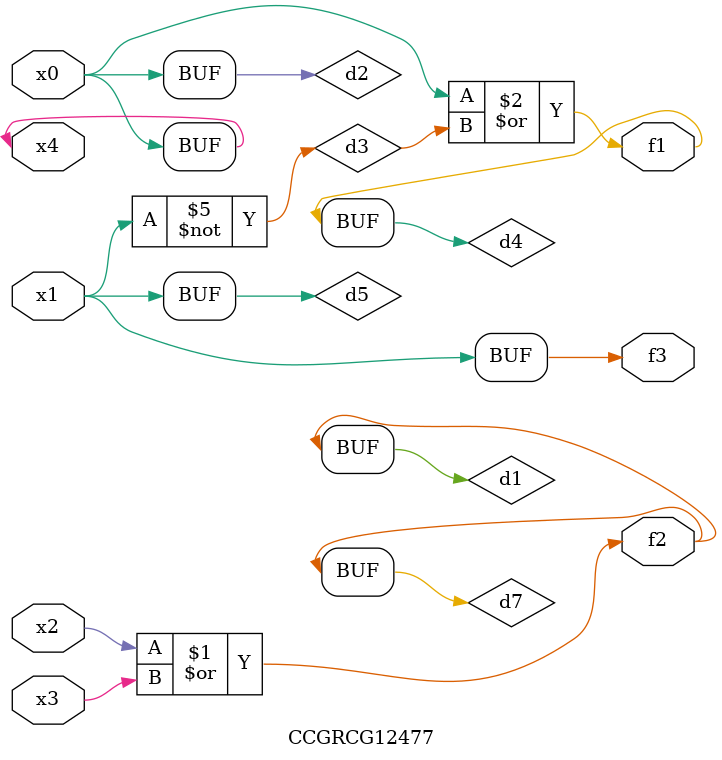
<source format=v>
module CCGRCG12477(
	input x0, x1, x2, x3, x4,
	output f1, f2, f3
);

	wire d1, d2, d3, d4, d5, d6, d7;

	or (d1, x2, x3);
	buf (d2, x0, x4);
	not (d3, x1);
	or (d4, d2, d3);
	not (d5, d3);
	nand (d6, d1, d3);
	or (d7, d1);
	assign f1 = d4;
	assign f2 = d7;
	assign f3 = d5;
endmodule

</source>
